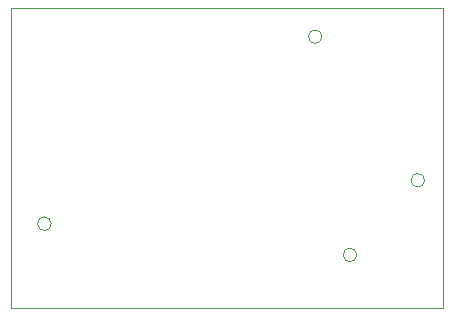
<source format=gbr>
G04 #@! TF.GenerationSoftware,KiCad,Pcbnew,(5.1.8)-1*
G04 #@! TF.CreationDate,2020-11-28T11:44:15-05:00*
G04 #@! TF.ProjectId,STM32_SMD_Quadcopter,53544d33-325f-4534-9d44-5f5175616463,rev?*
G04 #@! TF.SameCoordinates,PX2daf690PY1aab7d8*
G04 #@! TF.FileFunction,Profile,NP*
%FSLAX46Y46*%
G04 Gerber Fmt 4.6, Leading zero omitted, Abs format (unit mm)*
G04 Created by KiCad (PCBNEW (5.1.8)-1) date 2020-11-28 11:44:15*
%MOMM*%
%LPD*%
G01*
G04 APERTURE LIST*
G04 #@! TA.AperFunction,Profile*
%ADD10C,0.100000*%
G04 #@! TD*
G04 APERTURE END LIST*
D10*
X34980300Y-14592300D02*
G75*
G03*
X34980300Y-14592300I-576000J0D01*
G01*
X26293500Y-2438400D02*
G75*
G03*
X26293500Y-2438400I-576000J0D01*
G01*
X29235400Y-20916900D02*
G75*
G03*
X29235400Y-20916900I-576000J0D01*
G01*
X3370000Y-18275300D02*
G75*
G03*
X3370000Y-18275300I-576000J0D01*
G01*
X0Y-25400000D02*
X0Y0D01*
X36525200Y-25400000D02*
X0Y-25400000D01*
X36525200Y0D02*
X36525200Y-25400000D01*
X0Y0D02*
X36525200Y0D01*
M02*

</source>
